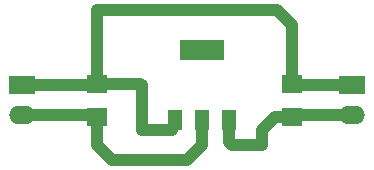
<source format=gtl>
G04 (created by PCBNEW (2013-07-07 BZR 4022)-stable) date 6/18/2014 11:19:17 PM*
%MOIN*%
G04 Gerber Fmt 3.4, Leading zero omitted, Abs format*
%FSLAX34Y34*%
G01*
G70*
G90*
G04 APERTURE LIST*
%ADD10C,0.00393701*%
%ADD11R,0.0512X0.0709*%
%ADD12R,0.1496X0.0709*%
%ADD13R,0.0866X0.06*%
%ADD14O,0.0866X0.06*%
%ADD15R,0.071X0.063*%
%ADD16C,0.0393701*%
%ADD17C,0.01*%
G04 APERTURE END LIST*
G54D10*
G54D11*
X6094Y2319D03*
X7000Y2319D03*
X7906Y2319D03*
G54D12*
X7000Y4681D03*
G54D13*
X1000Y3500D03*
G54D14*
X1000Y2500D03*
G54D13*
X12000Y3500D03*
G54D14*
X12000Y2500D03*
G54D15*
X3500Y3550D03*
X3500Y2450D03*
X10000Y3550D03*
X10000Y2450D03*
G54D16*
X10000Y2450D02*
X9450Y2450D01*
X9450Y2450D02*
X9000Y2000D01*
X9000Y2000D02*
X9000Y1500D01*
X9000Y1500D02*
X8000Y1500D01*
X8000Y1500D02*
X7906Y1594D01*
X7906Y1594D02*
X7906Y2319D01*
X12000Y2500D02*
X10050Y2500D01*
G54D17*
X10050Y2500D02*
X10000Y2450D01*
G54D16*
X10000Y3550D02*
X10000Y5500D01*
X3500Y6000D02*
X3500Y3550D01*
X9500Y6000D02*
X3500Y6000D01*
X10000Y5500D02*
X9500Y6000D01*
X12000Y3500D02*
X10050Y3500D01*
G54D17*
X10050Y3500D02*
X10000Y3550D01*
G54D16*
X3500Y2450D02*
X3500Y1500D01*
X3500Y1500D02*
X4000Y1000D01*
X4000Y1000D02*
X6500Y1000D01*
X6500Y1000D02*
X7000Y1500D01*
X7000Y1500D02*
X7000Y2319D01*
X3500Y3550D02*
X4950Y3550D01*
G54D17*
X4950Y3550D02*
X5000Y3500D01*
G54D16*
X5000Y3500D02*
X5000Y2000D01*
X5000Y2000D02*
X6000Y2000D01*
G54D17*
X6000Y2000D02*
X6094Y2319D01*
G54D16*
X1000Y2500D02*
X3450Y2500D01*
X3450Y2500D02*
X3500Y2450D01*
X1000Y3500D02*
X3450Y3500D01*
G54D17*
X3450Y3500D02*
X3500Y3550D01*
M02*

</source>
